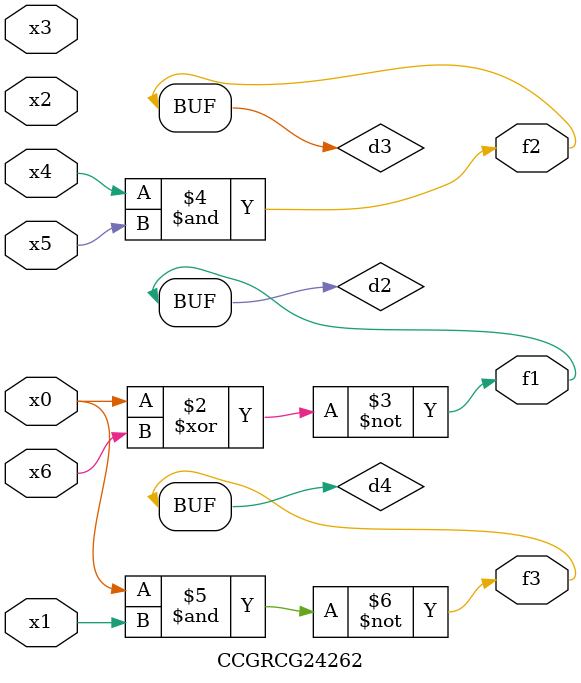
<source format=v>
module CCGRCG24262(
	input x0, x1, x2, x3, x4, x5, x6,
	output f1, f2, f3
);

	wire d1, d2, d3, d4;

	nor (d1, x0);
	xnor (d2, x0, x6);
	and (d3, x4, x5);
	nand (d4, x0, x1);
	assign f1 = d2;
	assign f2 = d3;
	assign f3 = d4;
endmodule

</source>
